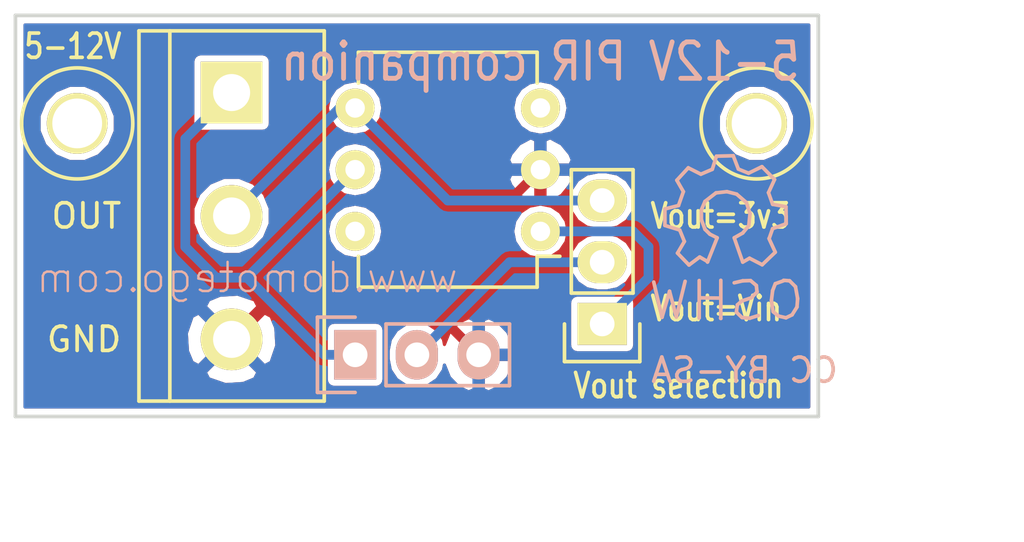
<source format=kicad_pcb>
(kicad_pcb (version 4) (host pcbnew 4.0.1-4.201602100846+6195~38~ubuntu15.10.1-stable)

  (general
    (links 8)
    (no_connects 0)
    (area 133.35 91.054142 174.993455 112.12)
    (thickness 1.6)
    (drawings 15)
    (tracks 23)
    (zones 0)
    (modules 7)
    (nets 7)
  )

  (page A4)
  (title_block
    (title "5-12V PIR companion")
    (date 2016-02-20)
    (rev 1)
    (company Domotego)
    (comment 1 https://github.com/tiramiseb/domotego_pcbs)
    (comment 2 https://www.domotego.com)
    (comment 4 "CC BY-SA")
  )

  (layers
    (0 F.Cu signal)
    (31 B.Cu signal)
    (32 B.Adhes user)
    (33 F.Adhes user)
    (34 B.Paste user)
    (35 F.Paste user)
    (36 B.SilkS user)
    (37 F.SilkS user)
    (38 B.Mask user)
    (39 F.Mask user)
    (40 Dwgs.User user)
    (41 Cmts.User user)
    (42 Eco1.User user)
    (43 Eco2.User user)
    (44 Edge.Cuts user)
    (45 Margin user)
    (46 B.CrtYd user)
    (47 F.CrtYd user)
    (48 B.Fab user)
    (49 F.Fab user)
  )

  (setup
    (last_trace_width 0.4)
    (trace_clearance 0.2)
    (zone_clearance 0.254)
    (zone_45_only no)
    (trace_min 0.2)
    (segment_width 0.2)
    (edge_width 0.15)
    (via_size 0.6)
    (via_drill 0.4)
    (via_min_size 0.4)
    (via_min_drill 0.3)
    (uvia_size 0.3)
    (uvia_drill 0.1)
    (uvias_allowed no)
    (uvia_min_size 0.2)
    (uvia_min_drill 0.1)
    (pcb_text_width 0.3)
    (pcb_text_size 1.5 1.5)
    (mod_edge_width 0.15)
    (mod_text_size 1 1)
    (mod_text_width 0.15)
    (pad_size 2.5 2.5)
    (pad_drill 2.048)
    (pad_to_mask_clearance 0.2)
    (aux_axis_origin 0 0)
    (visible_elements FFFFFF7F)
    (pcbplotparams
      (layerselection 0x00030_80000001)
      (usegerberextensions false)
      (excludeedgelayer true)
      (linewidth 0.100000)
      (plotframeref false)
      (viasonmask false)
      (mode 1)
      (useauxorigin false)
      (hpglpennumber 1)
      (hpglpenspeed 20)
      (hpglpendiameter 15)
      (hpglpenoverlay 2)
      (psnegative false)
      (psa4output false)
      (plotreference true)
      (plotvalue true)
      (plotinvisibletext false)
      (padsonsilk false)
      (subtractmaskfromsilk false)
      (outputformat 1)
      (mirror false)
      (drillshape 0)
      (scaleselection 1)
      (outputdirectory ""))
  )

  (net 0 "")
  (net 1 HCSR501_VCC)
  (net 2 HCSR501_OUT)
  (net 3 GND)
  (net 4 TRIGGER_OUT)
  (net 5 /Vout=Vin)
  (net 6 "Net-(U1-Pad6)")

  (net_class Default "Ceci est la Netclass par défaut"
    (clearance 0.2)
    (trace_width 0.4)
    (via_dia 0.6)
    (via_drill 0.4)
    (uvia_dia 0.3)
    (uvia_drill 0.1)
    (add_net /Vout=Vin)
    (add_net GND)
    (add_net HCSR501_OUT)
    (add_net HCSR501_VCC)
    (add_net "Net-(U1-Pad6)")
    (add_net TRIGGER_OUT)
  )

  (module Connect:1pin (layer F.Cu) (tedit 56C5936B) (tstamp 56C5932D)
    (at 136.525 96.52)
    (descr "module 1 pin (ou trou mecanique de percage)")
    (tags DEV)
    (fp_text reference REF** (at 0 -3.048 90) (layer F.SilkS) hide
      (effects (font (size 1 1) (thickness 0.15)))
    )
    (fp_text value 1pin (at 0 2.794) (layer F.Fab) hide
      (effects (font (size 1 1) (thickness 0.15)))
    )
    (fp_circle (center 0 0) (end 0 -2.286) (layer F.SilkS) (width 0.15))
    (pad 1 thru_hole circle (at 0 0) (size 2.5 2.5) (drill 2.048) (layers *.Cu *.Mask F.SilkS))
  )

  (module Socket_Strips:Socket_Strip_Straight_1x03 (layer B.Cu) (tedit 56C38A53) (tstamp 56C36F36)
    (at 147.955 106.045)
    (descr "Through hole socket strip")
    (tags "socket strip")
    (path /56C35FD9)
    (fp_text reference P1 (at 0 5.1) (layer B.SilkS) hide
      (effects (font (size 1 1) (thickness 0.15)) (justify mirror))
    )
    (fp_text value CONN_01X03 (at 0 3.1) (layer B.Fab) hide
      (effects (font (size 1 1) (thickness 0.15)) (justify mirror))
    )
    (fp_line (start 0 1.55) (end -1.55 1.55) (layer B.SilkS) (width 0.15))
    (fp_line (start -1.55 1.55) (end -1.55 -1.55) (layer B.SilkS) (width 0.15))
    (fp_line (start -1.55 -1.55) (end 0 -1.55) (layer B.SilkS) (width 0.15))
    (fp_line (start -1.75 1.75) (end -1.75 -1.75) (layer B.CrtYd) (width 0.05))
    (fp_line (start 6.85 1.75) (end 6.85 -1.75) (layer B.CrtYd) (width 0.05))
    (fp_line (start -1.75 1.75) (end 6.85 1.75) (layer B.CrtYd) (width 0.05))
    (fp_line (start -1.75 -1.75) (end 6.85 -1.75) (layer B.CrtYd) (width 0.05))
    (fp_line (start 1.27 1.27) (end 6.35 1.27) (layer B.SilkS) (width 0.15))
    (fp_line (start 6.35 1.27) (end 6.35 -1.27) (layer B.SilkS) (width 0.15))
    (fp_line (start 6.35 -1.27) (end 1.27 -1.27) (layer B.SilkS) (width 0.15))
    (fp_line (start 1.27 -1.27) (end 1.27 1.27) (layer B.SilkS) (width 0.15))
    (pad 1 thru_hole rect (at 0 0) (size 1.7272 2.032) (drill 1.016) (layers *.Cu *.Mask B.SilkS)
      (net 1 HCSR501_VCC))
    (pad 2 thru_hole oval (at 2.54 0) (size 1.7272 2.032) (drill 1.016) (layers *.Cu *.Mask B.SilkS)
      (net 2 HCSR501_OUT))
    (pad 3 thru_hole oval (at 5.08 0) (size 1.7272 2.032) (drill 1.016) (layers *.Cu *.Mask B.SilkS)
      (net 3 GND))
    (model Socket_Strips.3dshapes/Socket_Strip_Straight_1x03.wrl
      (at (xyz 0.1 0 0))
      (scale (xyz 1 1 1))
      (rotate (xyz 0 0 180))
    )
  )

  (module Symbols:Symbol_OSHW-Logo_SilkScreen (layer B.Cu) (tedit 56C3A3B9) (tstamp 56C3A3AA)
    (at 163.195 100.33 180)
    (descr "Symbol, OSHW-Logo, Silk Screen,")
    (tags "Symbol, OSHW-Logo, Silk Screen,")
    (fp_text reference REF** (at 0.09906 4.38912 180) (layer B.SilkS) hide
      (effects (font (size 1 1) (thickness 0.15)) (justify mirror))
    )
    (fp_text value Symbol_OSHW-Logo_SilkScreen (at 0.30988 -6.56082 180) (layer B.Fab) hide
      (effects (font (size 1 1) (thickness 0.15)) (justify mirror))
    )
    (fp_line (start 1.66878 -2.68986) (end 2.02946 -4.16052) (layer B.SilkS) (width 0.15))
    (fp_line (start 2.02946 -4.16052) (end 2.30886 -3.0988) (layer B.SilkS) (width 0.15))
    (fp_line (start 2.30886 -3.0988) (end 2.61874 -4.17068) (layer B.SilkS) (width 0.15))
    (fp_line (start 2.61874 -4.17068) (end 2.9591 -2.72034) (layer B.SilkS) (width 0.15))
    (fp_line (start 0.24892 -3.38074) (end 1.03886 -3.37058) (layer B.SilkS) (width 0.15))
    (fp_line (start 1.03886 -3.37058) (end 1.04902 -3.38074) (layer B.SilkS) (width 0.15))
    (fp_line (start 1.04902 -3.38074) (end 1.04902 -3.37058) (layer B.SilkS) (width 0.15))
    (fp_line (start 1.08966 -2.65938) (end 1.08966 -4.20116) (layer B.SilkS) (width 0.15))
    (fp_line (start 0.20066 -2.64922) (end 0.20066 -4.21894) (layer B.SilkS) (width 0.15))
    (fp_line (start 0.20066 -4.21894) (end 0.21082 -4.20878) (layer B.SilkS) (width 0.15))
    (fp_line (start -0.35052 -2.75082) (end -0.70104 -2.66954) (layer B.SilkS) (width 0.15))
    (fp_line (start -0.70104 -2.66954) (end -1.02108 -2.65938) (layer B.SilkS) (width 0.15))
    (fp_line (start -1.02108 -2.65938) (end -1.25984 -2.86004) (layer B.SilkS) (width 0.15))
    (fp_line (start -1.25984 -2.86004) (end -1.29032 -3.12928) (layer B.SilkS) (width 0.15))
    (fp_line (start -1.29032 -3.12928) (end -1.04902 -3.37058) (layer B.SilkS) (width 0.15))
    (fp_line (start -1.04902 -3.37058) (end -0.6604 -3.50012) (layer B.SilkS) (width 0.15))
    (fp_line (start -0.6604 -3.50012) (end -0.48006 -3.66014) (layer B.SilkS) (width 0.15))
    (fp_line (start -0.48006 -3.66014) (end -0.43942 -3.95986) (layer B.SilkS) (width 0.15))
    (fp_line (start -0.43942 -3.95986) (end -0.67056 -4.18084) (layer B.SilkS) (width 0.15))
    (fp_line (start -0.67056 -4.18084) (end -0.9906 -4.20878) (layer B.SilkS) (width 0.15))
    (fp_line (start -0.9906 -4.20878) (end -1.34112 -4.09956) (layer B.SilkS) (width 0.15))
    (fp_line (start -2.37998 -2.64922) (end -2.6289 -2.66954) (layer B.SilkS) (width 0.15))
    (fp_line (start -2.6289 -2.66954) (end -2.8702 -2.91084) (layer B.SilkS) (width 0.15))
    (fp_line (start -2.8702 -2.91084) (end -2.9591 -3.40106) (layer B.SilkS) (width 0.15))
    (fp_line (start -2.9591 -3.40106) (end -2.93116 -3.74904) (layer B.SilkS) (width 0.15))
    (fp_line (start -2.93116 -3.74904) (end -2.7305 -4.06908) (layer B.SilkS) (width 0.15))
    (fp_line (start -2.7305 -4.06908) (end -2.47904 -4.191) (layer B.SilkS) (width 0.15))
    (fp_line (start -2.47904 -4.191) (end -2.16916 -4.11988) (layer B.SilkS) (width 0.15))
    (fp_line (start -2.16916 -4.11988) (end -1.95072 -3.93954) (layer B.SilkS) (width 0.15))
    (fp_line (start -1.95072 -3.93954) (end -1.8796 -3.4798) (layer B.SilkS) (width 0.15))
    (fp_line (start -1.8796 -3.4798) (end -1.9304 -3.07086) (layer B.SilkS) (width 0.15))
    (fp_line (start -1.9304 -3.07086) (end -2.03962 -2.78892) (layer B.SilkS) (width 0.15))
    (fp_line (start -2.03962 -2.78892) (end -2.4003 -2.65938) (layer B.SilkS) (width 0.15))
    (fp_line (start -1.78054 -0.92964) (end -2.03962 -1.49098) (layer B.SilkS) (width 0.15))
    (fp_line (start -2.03962 -1.49098) (end -1.50114 -2.00914) (layer B.SilkS) (width 0.15))
    (fp_line (start -1.50114 -2.00914) (end -0.98044 -1.7399) (layer B.SilkS) (width 0.15))
    (fp_line (start -0.98044 -1.7399) (end -0.70104 -1.89992) (layer B.SilkS) (width 0.15))
    (fp_line (start 0.73914 -1.8796) (end 1.06934 -1.6891) (layer B.SilkS) (width 0.15))
    (fp_line (start 1.06934 -1.6891) (end 1.50876 -2.0193) (layer B.SilkS) (width 0.15))
    (fp_line (start 1.50876 -2.0193) (end 1.9812 -1.52908) (layer B.SilkS) (width 0.15))
    (fp_line (start 1.9812 -1.52908) (end 1.69926 -1.04902) (layer B.SilkS) (width 0.15))
    (fp_line (start 1.69926 -1.04902) (end 1.88976 -0.57912) (layer B.SilkS) (width 0.15))
    (fp_line (start 1.88976 -0.57912) (end 2.49936 -0.39116) (layer B.SilkS) (width 0.15))
    (fp_line (start 2.49936 -0.39116) (end 2.49936 0.28956) (layer B.SilkS) (width 0.15))
    (fp_line (start 2.49936 0.28956) (end 1.94056 0.42926) (layer B.SilkS) (width 0.15))
    (fp_line (start 1.94056 0.42926) (end 1.7399 1.00076) (layer B.SilkS) (width 0.15))
    (fp_line (start 1.7399 1.00076) (end 2.00914 1.47066) (layer B.SilkS) (width 0.15))
    (fp_line (start 2.00914 1.47066) (end 1.53924 1.9812) (layer B.SilkS) (width 0.15))
    (fp_line (start 1.53924 1.9812) (end 1.02108 1.71958) (layer B.SilkS) (width 0.15))
    (fp_line (start 1.02108 1.71958) (end 0.55118 1.92024) (layer B.SilkS) (width 0.15))
    (fp_line (start 0.55118 1.92024) (end 0.381 2.46126) (layer B.SilkS) (width 0.15))
    (fp_line (start 0.381 2.46126) (end -0.30988 2.47904) (layer B.SilkS) (width 0.15))
    (fp_line (start -0.30988 2.47904) (end -0.5207 1.9304) (layer B.SilkS) (width 0.15))
    (fp_line (start -0.5207 1.9304) (end -0.9398 1.76022) (layer B.SilkS) (width 0.15))
    (fp_line (start -0.9398 1.76022) (end -1.49098 2.02946) (layer B.SilkS) (width 0.15))
    (fp_line (start -1.49098 2.02946) (end -2.00914 1.50114) (layer B.SilkS) (width 0.15))
    (fp_line (start -2.00914 1.50114) (end -1.76022 0.96012) (layer B.SilkS) (width 0.15))
    (fp_line (start -1.76022 0.96012) (end -1.9304 0.48006) (layer B.SilkS) (width 0.15))
    (fp_line (start -1.9304 0.48006) (end -2.47904 0.381) (layer B.SilkS) (width 0.15))
    (fp_line (start -2.47904 0.381) (end -2.4892 -0.32004) (layer B.SilkS) (width 0.15))
    (fp_line (start -2.4892 -0.32004) (end -1.9304 -0.5207) (layer B.SilkS) (width 0.15))
    (fp_line (start -1.9304 -0.5207) (end -1.7907 -0.91948) (layer B.SilkS) (width 0.15))
    (fp_line (start 0.35052 -0.89916) (end 0.65024 -0.7493) (layer B.SilkS) (width 0.15))
    (fp_line (start 0.65024 -0.7493) (end 0.8509 -0.55118) (layer B.SilkS) (width 0.15))
    (fp_line (start 0.8509 -0.55118) (end 1.00076 -0.14986) (layer B.SilkS) (width 0.15))
    (fp_line (start 1.00076 -0.14986) (end 1.00076 0.24892) (layer B.SilkS) (width 0.15))
    (fp_line (start 1.00076 0.24892) (end 0.8509 0.59944) (layer B.SilkS) (width 0.15))
    (fp_line (start 0.8509 0.59944) (end 0.39878 0.94996) (layer B.SilkS) (width 0.15))
    (fp_line (start 0.39878 0.94996) (end -0.0508 1.00076) (layer B.SilkS) (width 0.15))
    (fp_line (start -0.0508 1.00076) (end -0.44958 0.89916) (layer B.SilkS) (width 0.15))
    (fp_line (start -0.44958 0.89916) (end -0.8509 0.55118) (layer B.SilkS) (width 0.15))
    (fp_line (start -0.8509 0.55118) (end -1.00076 0.09906) (layer B.SilkS) (width 0.15))
    (fp_line (start -1.00076 0.09906) (end -0.94996 -0.39878) (layer B.SilkS) (width 0.15))
    (fp_line (start -0.94996 -0.39878) (end -0.70104 -0.70104) (layer B.SilkS) (width 0.15))
    (fp_line (start -0.70104 -0.70104) (end -0.35052 -0.89916) (layer B.SilkS) (width 0.15))
    (fp_line (start -0.35052 -0.89916) (end -0.70104 -1.89992) (layer B.SilkS) (width 0.15))
    (fp_line (start 0.35052 -0.89916) (end 0.7493 -1.89992) (layer B.SilkS) (width 0.15))
  )

  (module Connect:1pin (layer F.Cu) (tedit 56C59371) (tstamp 56C592F9)
    (at 164.465 96.52)
    (descr "module 1 pin (ou trou mecanique de percage)")
    (tags DEV)
    (fp_text reference REF** (at 0 -3.048) (layer F.SilkS) hide
      (effects (font (size 1 1) (thickness 0.15)))
    )
    (fp_text value 1pin (at 0 2.794) (layer F.Fab) hide
      (effects (font (size 1 1) (thickness 0.15)))
    )
    (fp_circle (center 0 0) (end 0 -2.286) (layer F.SilkS) (width 0.15))
    (pad 1 thru_hole circle (at 0 0) (size 2.5 2.5) (drill 2.048) (layers *.Cu *.Mask F.SilkS))
  )

  (module Connect:bornier3 (layer F.Cu) (tedit 56C8310C) (tstamp 56C830F7)
    (at 142.875 100.33 270)
    (descr "Bornier d'alimentation 3 pins")
    (tags DEV)
    (path /56C363B6)
    (fp_text reference P2 (at 0 -5.08 270) (layer F.SilkS) hide
      (effects (font (size 1 1) (thickness 0.15)))
    )
    (fp_text value CONN_01X03 (at 0 5.08 270) (layer F.Fab) hide
      (effects (font (size 1 1) (thickness 0.15)))
    )
    (fp_line (start -7.62 3.81) (end -7.62 -3.81) (layer F.SilkS) (width 0.15))
    (fp_line (start 7.62 3.81) (end 7.62 -3.81) (layer F.SilkS) (width 0.15))
    (fp_line (start -7.62 2.54) (end 7.62 2.54) (layer F.SilkS) (width 0.15))
    (fp_line (start -7.62 -3.81) (end 7.62 -3.81) (layer F.SilkS) (width 0.15))
    (fp_line (start -7.62 3.81) (end 7.62 3.81) (layer F.SilkS) (width 0.15))
    (pad 1 thru_hole rect (at -5.08 0 270) (size 2.54 2.54) (drill 1.524) (layers *.Cu *.Mask F.SilkS)
      (net 1 HCSR501_VCC))
    (pad 2 thru_hole circle (at 0 0 270) (size 2.54 2.54) (drill 1.524) (layers *.Cu *.Mask F.SilkS)
      (net 4 TRIGGER_OUT))
    (pad 3 thru_hole circle (at 5.08 0 270) (size 2.54 2.54) (drill 1.524) (layers *.Cu *.Mask F.SilkS)
      (net 3 GND))
    (model Connect.3dshapes/bornier3.wrl
      (at (xyz 0 0 0))
      (scale (xyz 1 1 1))
      (rotate (xyz 0 0 0))
    )
  )

  (module Housings_DIP:DIP-6_W7.62mm (layer F.Cu) (tedit 56C8311C) (tstamp 56C83108)
    (at 155.575 100.965 180)
    (descr "6-lead dip package, row spacing 7.62 mm (300 mils)")
    (tags "dil dip 2.54 300")
    (path /56C43C31)
    (fp_text reference U1 (at 0 -5.22 180) (layer F.SilkS) hide
      (effects (font (size 1 1) (thickness 0.15)))
    )
    (fp_text value 4N35 (at 0 -3.72 180) (layer F.Fab) hide
      (effects (font (size 1 1) (thickness 0.15)))
    )
    (fp_line (start -1.05 -2.45) (end -1.05 7.55) (layer F.CrtYd) (width 0.05))
    (fp_line (start 8.65 -2.45) (end 8.65 7.55) (layer F.CrtYd) (width 0.05))
    (fp_line (start -1.05 -2.45) (end 8.65 -2.45) (layer F.CrtYd) (width 0.05))
    (fp_line (start -1.05 7.55) (end 8.65 7.55) (layer F.CrtYd) (width 0.05))
    (fp_line (start 0.135 -2.295) (end 0.135 -1.025) (layer F.SilkS) (width 0.15))
    (fp_line (start 7.485 -2.295) (end 7.485 -1.025) (layer F.SilkS) (width 0.15))
    (fp_line (start 7.485 7.375) (end 7.485 6.105) (layer F.SilkS) (width 0.15))
    (fp_line (start 0.135 7.375) (end 0.135 6.105) (layer F.SilkS) (width 0.15))
    (fp_line (start 0.135 -2.295) (end 7.485 -2.295) (layer F.SilkS) (width 0.15))
    (fp_line (start 0.135 7.375) (end 7.485 7.375) (layer F.SilkS) (width 0.15))
    (fp_line (start 0.135 -1.025) (end -0.8 -1.025) (layer F.SilkS) (width 0.15))
    (pad 1 thru_hole oval (at 0 0 180) (size 1.6 1.6) (drill 0.8) (layers *.Cu *.Mask F.SilkS)
      (net 5 /Vout=Vin))
    (pad 2 thru_hole oval (at 0 2.54 180) (size 1.6 1.6) (drill 0.8) (layers *.Cu *.Mask F.SilkS)
      (net 3 GND))
    (pad 3 thru_hole oval (at 0 5.08 180) (size 1.6 1.6) (drill 0.8) (layers *.Cu *.Mask F.SilkS))
    (pad 4 thru_hole oval (at 7.62 5.08 180) (size 1.6 1.6) (drill 0.8) (layers *.Cu *.Mask F.SilkS)
      (net 4 TRIGGER_OUT))
    (pad 5 thru_hole oval (at 7.62 2.54 180) (size 1.6 1.6) (drill 0.8) (layers *.Cu *.Mask F.SilkS)
      (net 1 HCSR501_VCC))
    (pad 6 thru_hole oval (at 7.62 0 180) (size 1.6 1.6) (drill 0.8) (layers *.Cu *.Mask F.SilkS)
      (net 6 "Net-(U1-Pad6)"))
    (model Housings_DIP.3dshapes/DIP-6_W7.62mm.wrl
      (at (xyz 0 0 0))
      (scale (xyz 1 1 1))
      (rotate (xyz 0 0 0))
    )
  )

  (module Pin_Headers:Pin_Header_Straight_1x03 (layer F.Cu) (tedit 56C83A85) (tstamp 56C831B3)
    (at 158.115 104.775 180)
    (descr "Through hole pin header")
    (tags "pin header")
    (path /56C836B8)
    (fp_text reference P3 (at 0 -5.1 180) (layer F.SilkS) hide
      (effects (font (size 1 1) (thickness 0.15)))
    )
    (fp_text value CONN_01X03 (at 0 -3.1 180) (layer F.Fab) hide
      (effects (font (size 1 1) (thickness 0.15)))
    )
    (fp_line (start -1.75 -1.75) (end -1.75 6.85) (layer F.CrtYd) (width 0.05))
    (fp_line (start 1.75 -1.75) (end 1.75 6.85) (layer F.CrtYd) (width 0.05))
    (fp_line (start -1.75 -1.75) (end 1.75 -1.75) (layer F.CrtYd) (width 0.05))
    (fp_line (start -1.75 6.85) (end 1.75 6.85) (layer F.CrtYd) (width 0.05))
    (fp_line (start -1.27 1.27) (end -1.27 6.35) (layer F.SilkS) (width 0.15))
    (fp_line (start -1.27 6.35) (end 1.27 6.35) (layer F.SilkS) (width 0.15))
    (fp_line (start 1.27 6.35) (end 1.27 1.27) (layer F.SilkS) (width 0.15))
    (fp_line (start 1.55 -1.55) (end 1.55 0) (layer F.SilkS) (width 0.15))
    (fp_line (start 1.27 1.27) (end -1.27 1.27) (layer F.SilkS) (width 0.15))
    (fp_line (start -1.55 0) (end -1.55 -1.55) (layer F.SilkS) (width 0.15))
    (fp_line (start -1.55 -1.55) (end 1.55 -1.55) (layer F.SilkS) (width 0.15))
    (pad 1 thru_hole rect (at 0 0 180) (size 2.032 1.7272) (drill 1.016) (layers *.Cu *.Mask F.SilkS)
      (net 5 /Vout=Vin))
    (pad 2 thru_hole oval (at 0 2.54 180) (size 2.032 1.7272) (drill 1.016) (layers *.Cu *.Mask F.SilkS)
      (net 2 HCSR501_OUT))
    (pad 3 thru_hole oval (at 0 5.08 180) (size 2.032 1.7272) (drill 1.016) (layers *.Cu *.Mask F.SilkS)
      (net 4 TRIGGER_OUT))
    (model Pin_Headers.3dshapes/Pin_Header_Straight_1x03.wrl
      (at (xyz 0 -0.1 0))
      (scale (xyz 1 1 1))
      (rotate (xyz 0 0 90))
    )
  )

  (dimension 33.02 (width 0.3) (layer Cmts.User)
    (gr_text "33,020 mm" (at 150.495 114.38) (layer Cmts.User)
      (effects (font (size 1.5 1.5) (thickness 0.3)))
    )
    (feature1 (pts (xy 167.005 110.49) (xy 167.005 115.73)))
    (feature2 (pts (xy 133.985 110.49) (xy 133.985 115.73)))
    (crossbar (pts (xy 133.985 113.03) (xy 167.005 113.03)))
    (arrow1a (pts (xy 167.005 113.03) (xy 165.878496 113.616421)))
    (arrow1b (pts (xy 167.005 113.03) (xy 165.878496 112.443579)))
    (arrow2a (pts (xy 133.985 113.03) (xy 135.111504 113.616421)))
    (arrow2b (pts (xy 133.985 113.03) (xy 135.111504 112.443579)))
  )
  (dimension 16.51 (width 0.3) (layer Cmts.User)
    (gr_text "16,510 mm" (at 172.8 100.33 270) (layer Cmts.User)
      (effects (font (size 1.5 1.5) (thickness 0.3)))
    )
    (feature1 (pts (xy 168.91 108.585) (xy 174.15 108.585)))
    (feature2 (pts (xy 168.91 92.075) (xy 174.15 92.075)))
    (crossbar (pts (xy 171.45 92.075) (xy 171.45 108.585)))
    (arrow1a (pts (xy 171.45 108.585) (xy 170.863579 107.458496)))
    (arrow1b (pts (xy 171.45 108.585) (xy 172.036421 107.458496)))
    (arrow2a (pts (xy 171.45 92.075) (xy 170.863579 93.201504)))
    (arrow2b (pts (xy 171.45 92.075) (xy 172.036421 93.201504)))
  )
  (gr_text "CC BY-SA	" (at 161.925 106.68) (layer B.SilkS)
    (effects (font (size 1 1) (thickness 0.15)) (justify mirror))
  )
  (gr_text "Vout selection" (at 156.845 107.315) (layer F.SilkS)
    (effects (font (size 1 0.8) (thickness 0.15)) (justify left))
  )
  (gr_text 5-12V (at 138.43 93.345) (layer F.SilkS)
    (effects (font (size 1 0.8) (thickness 0.15)) (justify right))
  )
  (gr_text GND (at 138.43 105.41) (layer F.SilkS)
    (effects (font (size 1 1) (thickness 0.15)) (justify right))
  )
  (gr_text OUT (at 138.43 100.33) (layer F.SilkS)
    (effects (font (size 1 1) (thickness 0.15)) (justify right))
  )
  (gr_line (start 167.005 92.075) (end 167.005 108.585) (angle 90) (layer Edge.Cuts) (width 0.15))
  (gr_line (start 133.985 92.075) (end 167.005 92.075) (angle 90) (layer Edge.Cuts) (width 0.15))
  (gr_line (start 133.985 108.585) (end 133.985 92.075) (angle 90) (layer Edge.Cuts) (width 0.15))
  (gr_text Vout=3v3 (at 160.02 100.33) (layer F.SilkS)
    (effects (font (size 1 0.8) (thickness 0.15)) (justify left))
  )
  (gr_text Vout=Vin (at 160.02 104.14) (layer F.SilkS)
    (effects (font (size 1 0.8) (thickness 0.15)) (justify left))
  )
  (gr_line (start 167.005 108.585) (end 133.985 108.585) (angle 90) (layer Edge.Cuts) (width 0.15))
  (gr_text www.domotego.com (at 143.51 102.87) (layer B.SilkS)
    (effects (font (size 1.2 1.2) (thickness 0.1)) (justify mirror))
  )
  (gr_text "5-12V PIR companion" (at 155.575 93.98) (layer B.SilkS)
    (effects (font (size 1.5 1.25) (thickness 0.2)) (justify mirror))
  )

  (segment (start 147.955 106.045) (end 146.685 106.045) (width 0.4) (layer B.Cu) (net 1))
  (segment (start 146.685 106.045) (end 143.51 102.87) (width 0.4) (layer B.Cu) (net 1) (tstamp 56C8CC57))
  (segment (start 144.78 101.6) (end 143.51 102.87) (width 0.4) (layer B.Cu) (net 1))
  (segment (start 144.78 101.6) (end 147.955 98.425) (width 0.4) (layer B.Cu) (net 1) (tstamp 56C8323F))
  (segment (start 142.875 95.25) (end 140.97 97.155) (width 0.4) (layer B.Cu) (net 1))
  (segment (start 140.97 97.155) (end 140.97 101.6) (width 0.4) (layer B.Cu) (net 1) (tstamp 56C8322F))
  (segment (start 140.97 101.6) (end 142.24 102.87) (width 0.4) (layer B.Cu) (net 1) (tstamp 56C83231))
  (segment (start 142.24 102.87) (end 143.51 102.87) (width 0.4) (layer B.Cu) (net 1) (tstamp 56C83234))
  (segment (start 158.115 102.235) (end 154.305 102.235) (width 0.4) (layer B.Cu) (net 2))
  (segment (start 154.305 102.235) (end 150.495 106.045) (width 0.4) (layer B.Cu) (net 2) (tstamp 56C83224))
  (segment (start 151.13 104.14) (end 151.13 102.87) (width 0.4) (layer F.Cu) (net 3))
  (segment (start 151.13 102.87) (end 155.575 98.425) (width 0.4) (layer F.Cu) (net 3) (tstamp 56C83261))
  (segment (start 142.875 105.41) (end 144.145 104.14) (width 0.4) (layer F.Cu) (net 3))
  (segment (start 151.13 104.14) (end 153.035 106.045) (width 0.4) (layer F.Cu) (net 3) (tstamp 56C83257))
  (segment (start 144.145 104.14) (end 151.13 104.14) (width 0.4) (layer F.Cu) (net 3) (tstamp 56C83254))
  (segment (start 158.115 99.695) (end 151.765 99.695) (width 0.4) (layer B.Cu) (net 4))
  (segment (start 151.765 99.695) (end 147.955 95.885) (width 0.4) (layer B.Cu) (net 4) (tstamp 56C8322A))
  (segment (start 147.955 95.885) (end 147.32 95.885) (width 0.4) (layer B.Cu) (net 4))
  (segment (start 147.32 95.885) (end 142.875 100.33) (width 0.4) (layer B.Cu) (net 4) (tstamp 56C83215))
  (segment (start 155.575 100.965) (end 159.385 100.965) (width 0.4) (layer B.Cu) (net 5))
  (segment (start 160.02 102.87) (end 158.115 104.775) (width 0.4) (layer B.Cu) (net 5) (tstamp 56C83221))
  (segment (start 160.02 101.6) (end 160.02 102.87) (width 0.4) (layer B.Cu) (net 5) (tstamp 56C83220))
  (segment (start 159.385 100.965) (end 160.02 101.6) (width 0.4) (layer B.Cu) (net 5) (tstamp 56C8321D))

  (zone (net 3) (net_name GND) (layer F.Cu) (tstamp 56C83E45) (hatch edge 0.508)
    (connect_pads (clearance 0.254))
    (min_thickness 0.127)
    (fill yes (arc_segments 16) (thermal_gap 0.508) (thermal_bridge_width 0.508))
    (polygon
      (pts
        (xy 133.35 91.44) (xy 167.64 91.44) (xy 167.64 109.22) (xy 133.35 109.22)
      )
    )
    (filled_polygon
      (pts
        (xy 166.6125 108.1925) (xy 134.3775 108.1925) (xy 134.3775 106.763904) (xy 141.790503 106.763904) (xy 141.931201 107.033126)
        (xy 142.624187 107.270749) (xy 143.355357 107.22509) (xy 143.818799 107.033126) (xy 143.959497 106.763904) (xy 142.875 105.679408)
        (xy 141.790503 106.763904) (xy 134.3775 106.763904) (xy 134.3775 105.159187) (xy 141.014251 105.159187) (xy 141.05991 105.890357)
        (xy 141.251874 106.353799) (xy 141.521096 106.494497) (xy 142.605592 105.41) (xy 143.144408 105.41) (xy 144.228904 106.494497)
        (xy 144.498126 106.353799) (xy 144.735749 105.660813) (xy 144.696295 105.029) (xy 146.76768 105.029) (xy 146.76768 107.061)
        (xy 146.789819 107.178658) (xy 146.859355 107.286721) (xy 146.965455 107.359215) (xy 147.0914 107.38472) (xy 148.8186 107.38472)
        (xy 148.936258 107.362581) (xy 149.044321 107.293045) (xy 149.116815 107.186945) (xy 149.14232 107.061) (xy 149.14232 105.866475)
        (xy 149.3139 105.866475) (xy 149.3139 106.223525) (xy 149.403806 106.675512) (xy 149.659836 107.058689) (xy 150.043013 107.314719)
        (xy 150.495 107.404625) (xy 150.946987 107.314719) (xy 151.330164 107.058689) (xy 151.586194 106.675512) (xy 151.628167 106.464498)
        (xy 151.833438 106.978403) (xy 152.223778 107.378771) (xy 152.624333 107.572487) (xy 152.8445 107.475506) (xy 152.8445 106.2355)
        (xy 153.2255 106.2355) (xy 153.2255 107.475506) (xy 153.445667 107.572487) (xy 153.846222 107.378771) (xy 154.236562 106.978403)
        (xy 154.443975 106.459135) (xy 154.324697 106.2355) (xy 153.2255 106.2355) (xy 152.8445 106.2355) (xy 152.8245 106.2355)
        (xy 152.8245 105.8545) (xy 152.8445 105.8545) (xy 152.8445 104.614494) (xy 153.2255 104.614494) (xy 153.2255 105.8545)
        (xy 154.324697 105.8545) (xy 154.443975 105.630865) (xy 154.236562 105.111597) (xy 153.846222 104.711229) (xy 153.445667 104.517513)
        (xy 153.2255 104.614494) (xy 152.8445 104.614494) (xy 152.624333 104.517513) (xy 152.223778 104.711229) (xy 151.833438 105.111597)
        (xy 151.628167 105.625502) (xy 151.586194 105.414488) (xy 151.330164 105.031311) (xy 150.946987 104.775281) (xy 150.495 104.685375)
        (xy 150.043013 104.775281) (xy 149.659836 105.031311) (xy 149.403806 105.414488) (xy 149.3139 105.866475) (xy 149.14232 105.866475)
        (xy 149.14232 105.029) (xy 149.120181 104.911342) (xy 149.050645 104.803279) (xy 148.944545 104.730785) (xy 148.8186 104.70528)
        (xy 147.0914 104.70528) (xy 146.973742 104.727419) (xy 146.865679 104.796955) (xy 146.793185 104.903055) (xy 146.76768 105.029)
        (xy 144.696295 105.029) (xy 144.69009 104.929643) (xy 144.498126 104.466201) (xy 144.228904 104.325503) (xy 143.144408 105.41)
        (xy 142.605592 105.41) (xy 141.521096 104.325503) (xy 141.251874 104.466201) (xy 141.014251 105.159187) (xy 134.3775 105.159187)
        (xy 134.3775 104.056096) (xy 141.790503 104.056096) (xy 142.875 105.140592) (xy 143.959497 104.056096) (xy 143.883878 103.9114)
        (xy 156.77528 103.9114) (xy 156.77528 105.6386) (xy 156.797419 105.756258) (xy 156.866955 105.864321) (xy 156.973055 105.936815)
        (xy 157.099 105.96232) (xy 159.131 105.96232) (xy 159.248658 105.940181) (xy 159.356721 105.870645) (xy 159.429215 105.764545)
        (xy 159.45472 105.6386) (xy 159.45472 103.9114) (xy 159.432581 103.793742) (xy 159.363045 103.685679) (xy 159.256945 103.613185)
        (xy 159.131 103.58768) (xy 157.099 103.58768) (xy 156.981342 103.609819) (xy 156.873279 103.679355) (xy 156.800785 103.785455)
        (xy 156.77528 103.9114) (xy 143.883878 103.9114) (xy 143.818799 103.786874) (xy 143.125813 103.549251) (xy 142.394643 103.59491)
        (xy 141.931201 103.786874) (xy 141.790503 104.056096) (xy 134.3775 104.056096) (xy 134.3775 102.235) (xy 156.755375 102.235)
        (xy 156.845281 102.686987) (xy 157.101311 103.070164) (xy 157.484488 103.326194) (xy 157.936475 103.4161) (xy 158.293525 103.4161)
        (xy 158.745512 103.326194) (xy 159.128689 103.070164) (xy 159.384719 102.686987) (xy 159.474625 102.235) (xy 159.384719 101.783013)
        (xy 159.128689 101.399836) (xy 158.745512 101.143806) (xy 158.293525 101.0539) (xy 157.936475 101.0539) (xy 157.484488 101.143806)
        (xy 157.101311 101.399836) (xy 156.845281 101.783013) (xy 156.755375 102.235) (xy 134.3775 102.235) (xy 134.3775 100.644388)
        (xy 141.287225 100.644388) (xy 141.528398 101.228072) (xy 141.974579 101.675032) (xy 142.557841 101.917224) (xy 143.189388 101.917775)
        (xy 143.773072 101.676602) (xy 144.220032 101.230421) (xy 144.330244 100.965) (xy 146.815607 100.965) (xy 146.900672 101.392649)
        (xy 147.142915 101.755192) (xy 147.505458 101.997435) (xy 147.933107 102.0825) (xy 147.976893 102.0825) (xy 148.404542 101.997435)
        (xy 148.767085 101.755192) (xy 149.009328 101.392649) (xy 149.094393 100.965) (xy 154.435607 100.965) (xy 154.520672 101.392649)
        (xy 154.762915 101.755192) (xy 155.125458 101.997435) (xy 155.553107 102.0825) (xy 155.596893 102.0825) (xy 156.024542 101.997435)
        (xy 156.387085 101.755192) (xy 156.629328 101.392649) (xy 156.714393 100.965) (xy 156.629328 100.537351) (xy 156.387085 100.174808)
        (xy 156.024542 99.932565) (xy 155.596893 99.8475) (xy 155.553107 99.8475) (xy 155.125458 99.932565) (xy 154.762915 100.174808)
        (xy 154.520672 100.537351) (xy 154.435607 100.965) (xy 149.094393 100.965) (xy 149.009328 100.537351) (xy 148.767085 100.174808)
        (xy 148.404542 99.932565) (xy 147.976893 99.8475) (xy 147.933107 99.8475) (xy 147.505458 99.932565) (xy 147.142915 100.174808)
        (xy 146.900672 100.537351) (xy 146.815607 100.965) (xy 144.330244 100.965) (xy 144.462224 100.647159) (xy 144.462775 100.015612)
        (xy 144.221602 99.431928) (xy 143.775421 98.984968) (xy 143.192159 98.742776) (xy 142.560612 98.742225) (xy 141.976928 98.983398)
        (xy 141.529968 99.429579) (xy 141.287776 100.012841) (xy 141.287225 100.644388) (xy 134.3775 100.644388) (xy 134.3775 98.425)
        (xy 146.815607 98.425) (xy 146.900672 98.852649) (xy 147.142915 99.215192) (xy 147.505458 99.457435) (xy 147.933107 99.5425)
        (xy 147.976893 99.5425) (xy 148.404542 99.457435) (xy 148.767085 99.215192) (xy 149.009328 98.852649) (xy 149.014703 98.825625)
        (xy 154.263318 98.825625) (xy 154.364203 99.069225) (xy 154.702904 99.483538) (xy 155.174373 99.736698) (xy 155.3845 99.640346)
        (xy 155.3845 98.6155) (xy 155.7655 98.6155) (xy 155.7655 99.640346) (xy 155.975627 99.736698) (xy 156.053282 99.695)
        (xy 156.755375 99.695) (xy 156.845281 100.146987) (xy 157.101311 100.530164) (xy 157.484488 100.786194) (xy 157.936475 100.8761)
        (xy 158.293525 100.8761) (xy 158.745512 100.786194) (xy 159.128689 100.530164) (xy 159.384719 100.146987) (xy 159.474625 99.695)
        (xy 159.384719 99.243013) (xy 159.128689 98.859836) (xy 158.745512 98.603806) (xy 158.293525 98.5139) (xy 157.936475 98.5139)
        (xy 157.484488 98.603806) (xy 157.101311 98.859836) (xy 156.845281 99.243013) (xy 156.755375 99.695) (xy 156.053282 99.695)
        (xy 156.447096 99.483538) (xy 156.785797 99.069225) (xy 156.886682 98.825625) (xy 156.788767 98.6155) (xy 155.7655 98.6155)
        (xy 155.3845 98.6155) (xy 154.361233 98.6155) (xy 154.263318 98.825625) (xy 149.014703 98.825625) (xy 149.094393 98.425)
        (xy 149.014704 98.024375) (xy 154.263318 98.024375) (xy 154.361233 98.2345) (xy 155.3845 98.2345) (xy 155.3845 97.209654)
        (xy 155.7655 97.209654) (xy 155.7655 98.2345) (xy 156.788767 98.2345) (xy 156.886682 98.024375) (xy 156.785797 97.780775)
        (xy 156.447096 97.366462) (xy 155.975627 97.113302) (xy 155.7655 97.209654) (xy 155.3845 97.209654) (xy 155.174373 97.113302)
        (xy 154.702904 97.366462) (xy 154.364203 97.780775) (xy 154.263318 98.024375) (xy 149.014704 98.024375) (xy 149.009328 97.997351)
        (xy 148.767085 97.634808) (xy 148.404542 97.392565) (xy 147.976893 97.3075) (xy 147.933107 97.3075) (xy 147.505458 97.392565)
        (xy 147.142915 97.634808) (xy 146.900672 97.997351) (xy 146.815607 98.425) (xy 134.3775 98.425) (xy 134.3775 96.830427)
        (xy 134.957229 96.830427) (xy 135.195363 97.406757) (xy 135.635923 97.848087) (xy 136.211837 98.087227) (xy 136.835427 98.087771)
        (xy 137.411757 97.849637) (xy 137.853087 97.409077) (xy 138.092227 96.833163) (xy 138.092771 96.209573) (xy 137.854637 95.633243)
        (xy 137.414077 95.191913) (xy 136.838163 94.952773) (xy 136.214573 94.952229) (xy 135.638243 95.190363) (xy 135.196913 95.630923)
        (xy 134.957773 96.206837) (xy 134.957229 96.830427) (xy 134.3775 96.830427) (xy 134.3775 93.98) (xy 141.28128 93.98)
        (xy 141.28128 96.52) (xy 141.303419 96.637658) (xy 141.372955 96.745721) (xy 141.479055 96.818215) (xy 141.605 96.84372)
        (xy 144.145 96.84372) (xy 144.262658 96.821581) (xy 144.370721 96.752045) (xy 144.443215 96.645945) (xy 144.46872 96.52)
        (xy 144.46872 95.885) (xy 146.815607 95.885) (xy 146.900672 96.312649) (xy 147.142915 96.675192) (xy 147.505458 96.917435)
        (xy 147.933107 97.0025) (xy 147.976893 97.0025) (xy 148.404542 96.917435) (xy 148.767085 96.675192) (xy 149.009328 96.312649)
        (xy 149.094393 95.885) (xy 154.435607 95.885) (xy 154.520672 96.312649) (xy 154.762915 96.675192) (xy 155.125458 96.917435)
        (xy 155.553107 97.0025) (xy 155.596893 97.0025) (xy 156.024542 96.917435) (xy 156.154758 96.830427) (xy 162.897229 96.830427)
        (xy 163.135363 97.406757) (xy 163.575923 97.848087) (xy 164.151837 98.087227) (xy 164.775427 98.087771) (xy 165.351757 97.849637)
        (xy 165.793087 97.409077) (xy 166.032227 96.833163) (xy 166.032771 96.209573) (xy 165.794637 95.633243) (xy 165.354077 95.191913)
        (xy 164.778163 94.952773) (xy 164.154573 94.952229) (xy 163.578243 95.190363) (xy 163.136913 95.630923) (xy 162.897773 96.206837)
        (xy 162.897229 96.830427) (xy 156.154758 96.830427) (xy 156.387085 96.675192) (xy 156.629328 96.312649) (xy 156.714393 95.885)
        (xy 156.629328 95.457351) (xy 156.387085 95.094808) (xy 156.024542 94.852565) (xy 155.596893 94.7675) (xy 155.553107 94.7675)
        (xy 155.125458 94.852565) (xy 154.762915 95.094808) (xy 154.520672 95.457351) (xy 154.435607 95.885) (xy 149.094393 95.885)
        (xy 149.009328 95.457351) (xy 148.767085 95.094808) (xy 148.404542 94.852565) (xy 147.976893 94.7675) (xy 147.933107 94.7675)
        (xy 147.505458 94.852565) (xy 147.142915 95.094808) (xy 146.900672 95.457351) (xy 146.815607 95.885) (xy 144.46872 95.885)
        (xy 144.46872 93.98) (xy 144.446581 93.862342) (xy 144.377045 93.754279) (xy 144.270945 93.681785) (xy 144.145 93.65628)
        (xy 141.605 93.65628) (xy 141.487342 93.678419) (xy 141.379279 93.747955) (xy 141.306785 93.854055) (xy 141.28128 93.98)
        (xy 134.3775 93.98) (xy 134.3775 92.4675) (xy 166.6125 92.4675)
      )
    )
  )
  (zone (net 3) (net_name GND) (layer B.Cu) (tstamp 56C83E45) (hatch edge 0.508)
    (connect_pads (clearance 0.254))
    (min_thickness 0.127)
    (fill yes (arc_segments 16) (thermal_gap 0.508) (thermal_bridge_width 0.508))
    (polygon
      (pts
        (xy 133.35 91.44) (xy 167.64 91.44) (xy 167.64 109.22) (xy 133.35 109.22)
      )
    )
    (filled_polygon
      (pts
        (xy 166.6125 108.1925) (xy 134.3775 108.1925) (xy 134.3775 106.763904) (xy 141.790503 106.763904) (xy 141.931201 107.033126)
        (xy 142.624187 107.270749) (xy 143.355357 107.22509) (xy 143.818799 107.033126) (xy 143.959497 106.763904) (xy 142.875 105.679408)
        (xy 141.790503 106.763904) (xy 134.3775 106.763904) (xy 134.3775 105.159187) (xy 141.014251 105.159187) (xy 141.05991 105.890357)
        (xy 141.251874 106.353799) (xy 141.521096 106.494497) (xy 142.605592 105.41) (xy 141.521096 104.325503) (xy 141.251874 104.466201)
        (xy 141.014251 105.159187) (xy 134.3775 105.159187) (xy 134.3775 96.830427) (xy 134.957229 96.830427) (xy 135.195363 97.406757)
        (xy 135.635923 97.848087) (xy 136.211837 98.087227) (xy 136.835427 98.087771) (xy 137.411757 97.849637) (xy 137.853087 97.409077)
        (xy 137.958588 97.155) (xy 140.4525 97.155) (xy 140.4525 101.6) (xy 140.491892 101.798039) (xy 140.604072 101.965928)
        (xy 141.874072 103.235928) (xy 142.041961 103.348108) (xy 142.24 103.3875) (xy 143.295644 103.3875) (xy 143.630425 103.722281)
        (xy 143.125813 103.549251) (xy 142.394643 103.59491) (xy 141.931201 103.786874) (xy 141.790503 104.056096) (xy 142.875 105.140592)
        (xy 142.889142 105.12645) (xy 143.15855 105.395858) (xy 143.144408 105.41) (xy 144.228904 106.494497) (xy 144.498126 106.353799)
        (xy 144.735749 105.660813) (xy 144.69009 104.929643) (xy 144.585652 104.677508) (xy 146.319072 106.410928) (xy 146.486961 106.523108)
        (xy 146.685 106.5625) (xy 146.76768 106.5625) (xy 146.76768 107.061) (xy 146.789819 107.178658) (xy 146.859355 107.286721)
        (xy 146.965455 107.359215) (xy 147.0914 107.38472) (xy 148.8186 107.38472) (xy 148.936258 107.362581) (xy 149.044321 107.293045)
        (xy 149.116815 107.186945) (xy 149.14232 107.061) (xy 149.14232 105.029) (xy 149.120181 104.911342) (xy 149.050645 104.803279)
        (xy 148.944545 104.730785) (xy 148.8186 104.70528) (xy 147.0914 104.70528) (xy 146.973742 104.727419) (xy 146.865679 104.796955)
        (xy 146.793185 104.903055) (xy 146.76768 105.029) (xy 146.76768 105.395824) (xy 144.241856 102.87) (xy 146.146856 100.965)
        (xy 146.815607 100.965) (xy 146.900672 101.392649) (xy 147.142915 101.755192) (xy 147.505458 101.997435) (xy 147.933107 102.0825)
        (xy 147.976893 102.0825) (xy 148.404542 101.997435) (xy 148.767085 101.755192) (xy 149.009328 101.392649) (xy 149.094393 100.965)
        (xy 149.009328 100.537351) (xy 148.767085 100.174808) (xy 148.404542 99.932565) (xy 147.976893 99.8475) (xy 147.933107 99.8475)
        (xy 147.505458 99.932565) (xy 147.142915 100.174808) (xy 146.900672 100.537351) (xy 146.815607 100.965) (xy 146.146856 100.965)
        (xy 147.629706 99.48215) (xy 147.933107 99.5425) (xy 147.976893 99.5425) (xy 148.404542 99.457435) (xy 148.767085 99.215192)
        (xy 149.009328 98.852649) (xy 149.094393 98.425) (xy 149.009328 97.997351) (xy 148.767085 97.634808) (xy 148.404542 97.392565)
        (xy 147.976893 97.3075) (xy 147.933107 97.3075) (xy 147.505458 97.392565) (xy 147.142915 97.634808) (xy 146.900672 97.997351)
        (xy 146.815607 98.425) (xy 146.883222 98.764922) (xy 143.295644 102.3525) (xy 142.454356 102.3525) (xy 141.4875 101.385644)
        (xy 141.4875 101.129091) (xy 141.528398 101.228072) (xy 141.974579 101.675032) (xy 142.557841 101.917224) (xy 143.189388 101.917775)
        (xy 143.773072 101.676602) (xy 144.220032 101.230421) (xy 144.462224 100.647159) (xy 144.462775 100.015612) (xy 144.304441 99.632415)
        (xy 147.2141 96.722756) (xy 147.505458 96.917435) (xy 147.933107 97.0025) (xy 147.976893 97.0025) (xy 148.280294 96.94215)
        (xy 151.399072 100.060928) (xy 151.566961 100.173108) (xy 151.575508 100.174808) (xy 151.765 100.212501) (xy 151.765005 100.2125)
        (xy 154.73773 100.2125) (xy 154.520672 100.537351) (xy 154.435607 100.965) (xy 154.520672 101.392649) (xy 154.73773 101.7175)
        (xy 154.305005 101.7175) (xy 154.305 101.717499) (xy 154.139818 101.750356) (xy 154.106961 101.756892) (xy 153.939072 101.869072)
        (xy 150.998466 104.809678) (xy 150.946987 104.775281) (xy 150.495 104.685375) (xy 150.043013 104.775281) (xy 149.659836 105.031311)
        (xy 149.403806 105.414488) (xy 149.3139 105.866475) (xy 149.3139 106.223525) (xy 149.403806 106.675512) (xy 149.659836 107.058689)
        (xy 150.043013 107.314719) (xy 150.495 107.404625) (xy 150.946987 107.314719) (xy 151.330164 107.058689) (xy 151.586194 106.675512)
        (xy 151.628167 106.464498) (xy 151.833438 106.978403) (xy 152.223778 107.378771) (xy 152.624333 107.572487) (xy 152.8445 107.475506)
        (xy 152.8445 106.2355) (xy 153.2255 106.2355) (xy 153.2255 107.475506) (xy 153.445667 107.572487) (xy 153.846222 107.378771)
        (xy 154.236562 106.978403) (xy 154.443975 106.459135) (xy 154.324697 106.2355) (xy 153.2255 106.2355) (xy 152.8445 106.2355)
        (xy 152.8245 106.2355) (xy 152.8245 105.8545) (xy 152.8445 105.8545) (xy 152.8445 104.614494) (xy 153.2255 104.614494)
        (xy 153.2255 105.8545) (xy 154.324697 105.8545) (xy 154.443975 105.630865) (xy 154.236562 105.111597) (xy 153.846222 104.711229)
        (xy 153.445667 104.517513) (xy 153.2255 104.614494) (xy 152.8445 104.614494) (xy 152.714587 104.557269) (xy 154.519356 102.7525)
        (xy 156.889055 102.7525) (xy 157.101311 103.070164) (xy 157.484488 103.326194) (xy 157.936475 103.4161) (xy 158.293525 103.4161)
        (xy 158.745512 103.326194) (xy 159.006006 103.152138) (xy 158.570464 103.58768) (xy 157.099 103.58768) (xy 156.981342 103.609819)
        (xy 156.873279 103.679355) (xy 156.800785 103.785455) (xy 156.77528 103.9114) (xy 156.77528 105.6386) (xy 156.797419 105.756258)
        (xy 156.866955 105.864321) (xy 156.973055 105.936815) (xy 157.099 105.96232) (xy 159.131 105.96232) (xy 159.248658 105.940181)
        (xy 159.356721 105.870645) (xy 159.429215 105.764545) (xy 159.45472 105.6386) (xy 159.45472 104.167136) (xy 160.385928 103.235928)
        (xy 160.498108 103.068039) (xy 160.5375 102.87) (xy 160.5375 101.600005) (xy 160.537501 101.6) (xy 160.498108 101.401962)
        (xy 160.498108 101.401961) (xy 160.385928 101.234072) (xy 160.385925 101.23407) (xy 159.750928 100.599072) (xy 159.583039 100.486892)
        (xy 159.385 100.4475) (xy 159.183923 100.4475) (xy 159.384719 100.146987) (xy 159.474625 99.695) (xy 159.384719 99.243013)
        (xy 159.128689 98.859836) (xy 158.745512 98.603806) (xy 158.293525 98.5139) (xy 157.936475 98.5139) (xy 157.484488 98.603806)
        (xy 157.101311 98.859836) (xy 156.889055 99.1775) (xy 156.697282 99.1775) (xy 156.785797 99.069225) (xy 156.886682 98.825625)
        (xy 156.788767 98.6155) (xy 155.7655 98.6155) (xy 155.7655 98.6355) (xy 155.3845 98.6355) (xy 155.3845 98.6155)
        (xy 154.361233 98.6155) (xy 154.263318 98.825625) (xy 154.364203 99.069225) (xy 154.452718 99.1775) (xy 151.979356 99.1775)
        (xy 150.826231 98.024375) (xy 154.263318 98.024375) (xy 154.361233 98.2345) (xy 155.3845 98.2345) (xy 155.3845 97.209654)
        (xy 155.7655 97.209654) (xy 155.7655 98.2345) (xy 156.788767 98.2345) (xy 156.886682 98.024375) (xy 156.785797 97.780775)
        (xy 156.447096 97.366462) (xy 155.975627 97.113302) (xy 155.7655 97.209654) (xy 155.3845 97.209654) (xy 155.174373 97.113302)
        (xy 154.702904 97.366462) (xy 154.364203 97.780775) (xy 154.263318 98.024375) (xy 150.826231 98.024375) (xy 149.026778 96.224922)
        (xy 149.094393 95.885) (xy 154.435607 95.885) (xy 154.520672 96.312649) (xy 154.762915 96.675192) (xy 155.125458 96.917435)
        (xy 155.553107 97.0025) (xy 155.596893 97.0025) (xy 156.024542 96.917435) (xy 156.154758 96.830427) (xy 162.897229 96.830427)
        (xy 163.135363 97.406757) (xy 163.575923 97.848087) (xy 164.151837 98.087227) (xy 164.775427 98.087771) (xy 165.351757 97.849637)
        (xy 165.793087 97.409077) (xy 166.032227 96.833163) (xy 166.032771 96.209573) (xy 165.794637 95.633243) (xy 165.354077 95.191913)
        (xy 164.778163 94.952773) (xy 164.154573 94.952229) (xy 163.578243 95.190363) (xy 163.136913 95.630923) (xy 162.897773 96.206837)
        (xy 162.897229 96.830427) (xy 156.154758 96.830427) (xy 156.387085 96.675192) (xy 156.629328 96.312649) (xy 156.714393 95.885)
        (xy 156.629328 95.457351) (xy 156.387085 95.094808) (xy 156.024542 94.852565) (xy 155.596893 94.7675) (xy 155.553107 94.7675)
        (xy 155.125458 94.852565) (xy 154.762915 95.094808) (xy 154.520672 95.457351) (xy 154.435607 95.885) (xy 149.094393 95.885)
        (xy 149.009328 95.457351) (xy 148.767085 95.094808) (xy 148.404542 94.852565) (xy 147.976893 94.7675) (xy 147.933107 94.7675)
        (xy 147.505458 94.852565) (xy 147.142915 95.094808) (xy 146.900672 95.457351) (xy 146.872087 95.601057) (xy 143.572455 98.900689)
        (xy 143.192159 98.742776) (xy 142.560612 98.742225) (xy 141.976928 98.983398) (xy 141.529968 99.429579) (xy 141.4875 99.531853)
        (xy 141.4875 97.369356) (xy 142.013136 96.84372) (xy 144.145 96.84372) (xy 144.262658 96.821581) (xy 144.370721 96.752045)
        (xy 144.443215 96.645945) (xy 144.46872 96.52) (xy 144.46872 93.98) (xy 144.446581 93.862342) (xy 144.377045 93.754279)
        (xy 144.270945 93.681785) (xy 144.145 93.65628) (xy 141.605 93.65628) (xy 141.487342 93.678419) (xy 141.379279 93.747955)
        (xy 141.306785 93.854055) (xy 141.28128 93.98) (xy 141.28128 96.111864) (xy 140.604072 96.789072) (xy 140.491892 96.956961)
        (xy 140.4525 97.155) (xy 137.958588 97.155) (xy 138.092227 96.833163) (xy 138.092771 96.209573) (xy 137.854637 95.633243)
        (xy 137.414077 95.191913) (xy 136.838163 94.952773) (xy 136.214573 94.952229) (xy 135.638243 95.190363) (xy 135.196913 95.630923)
        (xy 134.957773 96.206837) (xy 134.957229 96.830427) (xy 134.3775 96.830427) (xy 134.3775 92.4675) (xy 166.6125 92.4675)
      )
    )
  )
)

</source>
